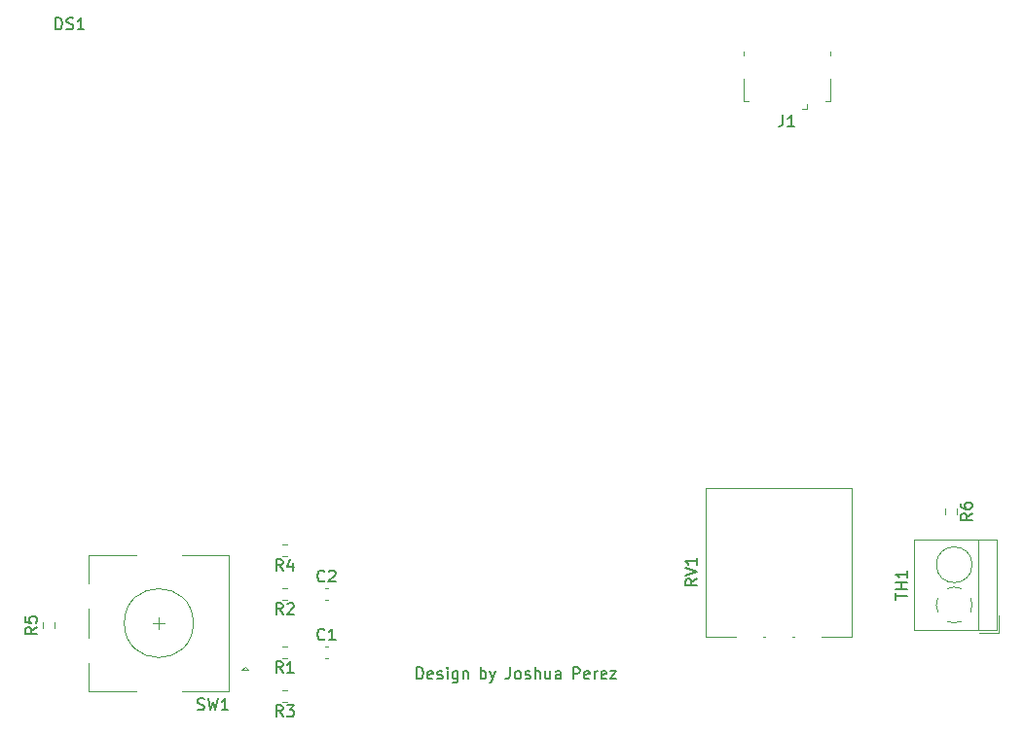
<source format=gbr>
%TF.GenerationSoftware,KiCad,Pcbnew,(7.0.0)*%
%TF.CreationDate,2023-02-28T15:15:22-06:00*%
%TF.ProjectId,Film_Dev_Robot,46696c6d-5f44-4657-965f-526f626f742e,rev?*%
%TF.SameCoordinates,Original*%
%TF.FileFunction,Legend,Top*%
%TF.FilePolarity,Positive*%
%FSLAX46Y46*%
G04 Gerber Fmt 4.6, Leading zero omitted, Abs format (unit mm)*
G04 Created by KiCad (PCBNEW (7.0.0)) date 2023-02-28 15:15:22*
%MOMM*%
%LPD*%
G01*
G04 APERTURE LIST*
%ADD10C,0.150000*%
%ADD11C,0.120000*%
G04 APERTURE END LIST*
D10*
X99298095Y-109002380D02*
X99298095Y-108002380D01*
X99298095Y-108002380D02*
X99536190Y-108002380D01*
X99536190Y-108002380D02*
X99679047Y-108050000D01*
X99679047Y-108050000D02*
X99774285Y-108145238D01*
X99774285Y-108145238D02*
X99821904Y-108240476D01*
X99821904Y-108240476D02*
X99869523Y-108430952D01*
X99869523Y-108430952D02*
X99869523Y-108573809D01*
X99869523Y-108573809D02*
X99821904Y-108764285D01*
X99821904Y-108764285D02*
X99774285Y-108859523D01*
X99774285Y-108859523D02*
X99679047Y-108954761D01*
X99679047Y-108954761D02*
X99536190Y-109002380D01*
X99536190Y-109002380D02*
X99298095Y-109002380D01*
X100679047Y-108954761D02*
X100583809Y-109002380D01*
X100583809Y-109002380D02*
X100393333Y-109002380D01*
X100393333Y-109002380D02*
X100298095Y-108954761D01*
X100298095Y-108954761D02*
X100250476Y-108859523D01*
X100250476Y-108859523D02*
X100250476Y-108478571D01*
X100250476Y-108478571D02*
X100298095Y-108383333D01*
X100298095Y-108383333D02*
X100393333Y-108335714D01*
X100393333Y-108335714D02*
X100583809Y-108335714D01*
X100583809Y-108335714D02*
X100679047Y-108383333D01*
X100679047Y-108383333D02*
X100726666Y-108478571D01*
X100726666Y-108478571D02*
X100726666Y-108573809D01*
X100726666Y-108573809D02*
X100250476Y-108669047D01*
X101107619Y-108954761D02*
X101202857Y-109002380D01*
X101202857Y-109002380D02*
X101393333Y-109002380D01*
X101393333Y-109002380D02*
X101488571Y-108954761D01*
X101488571Y-108954761D02*
X101536190Y-108859523D01*
X101536190Y-108859523D02*
X101536190Y-108811904D01*
X101536190Y-108811904D02*
X101488571Y-108716666D01*
X101488571Y-108716666D02*
X101393333Y-108669047D01*
X101393333Y-108669047D02*
X101250476Y-108669047D01*
X101250476Y-108669047D02*
X101155238Y-108621428D01*
X101155238Y-108621428D02*
X101107619Y-108526190D01*
X101107619Y-108526190D02*
X101107619Y-108478571D01*
X101107619Y-108478571D02*
X101155238Y-108383333D01*
X101155238Y-108383333D02*
X101250476Y-108335714D01*
X101250476Y-108335714D02*
X101393333Y-108335714D01*
X101393333Y-108335714D02*
X101488571Y-108383333D01*
X101964762Y-109002380D02*
X101964762Y-108335714D01*
X101964762Y-108002380D02*
X101917143Y-108050000D01*
X101917143Y-108050000D02*
X101964762Y-108097619D01*
X101964762Y-108097619D02*
X102012381Y-108050000D01*
X102012381Y-108050000D02*
X101964762Y-108002380D01*
X101964762Y-108002380D02*
X101964762Y-108097619D01*
X102869523Y-108335714D02*
X102869523Y-109145238D01*
X102869523Y-109145238D02*
X102821904Y-109240476D01*
X102821904Y-109240476D02*
X102774285Y-109288095D01*
X102774285Y-109288095D02*
X102679047Y-109335714D01*
X102679047Y-109335714D02*
X102536190Y-109335714D01*
X102536190Y-109335714D02*
X102440952Y-109288095D01*
X102869523Y-108954761D02*
X102774285Y-109002380D01*
X102774285Y-109002380D02*
X102583809Y-109002380D01*
X102583809Y-109002380D02*
X102488571Y-108954761D01*
X102488571Y-108954761D02*
X102440952Y-108907142D01*
X102440952Y-108907142D02*
X102393333Y-108811904D01*
X102393333Y-108811904D02*
X102393333Y-108526190D01*
X102393333Y-108526190D02*
X102440952Y-108430952D01*
X102440952Y-108430952D02*
X102488571Y-108383333D01*
X102488571Y-108383333D02*
X102583809Y-108335714D01*
X102583809Y-108335714D02*
X102774285Y-108335714D01*
X102774285Y-108335714D02*
X102869523Y-108383333D01*
X103345714Y-108335714D02*
X103345714Y-109002380D01*
X103345714Y-108430952D02*
X103393333Y-108383333D01*
X103393333Y-108383333D02*
X103488571Y-108335714D01*
X103488571Y-108335714D02*
X103631428Y-108335714D01*
X103631428Y-108335714D02*
X103726666Y-108383333D01*
X103726666Y-108383333D02*
X103774285Y-108478571D01*
X103774285Y-108478571D02*
X103774285Y-109002380D01*
X104850476Y-109002380D02*
X104850476Y-108002380D01*
X104850476Y-108383333D02*
X104945714Y-108335714D01*
X104945714Y-108335714D02*
X105136190Y-108335714D01*
X105136190Y-108335714D02*
X105231428Y-108383333D01*
X105231428Y-108383333D02*
X105279047Y-108430952D01*
X105279047Y-108430952D02*
X105326666Y-108526190D01*
X105326666Y-108526190D02*
X105326666Y-108811904D01*
X105326666Y-108811904D02*
X105279047Y-108907142D01*
X105279047Y-108907142D02*
X105231428Y-108954761D01*
X105231428Y-108954761D02*
X105136190Y-109002380D01*
X105136190Y-109002380D02*
X104945714Y-109002380D01*
X104945714Y-109002380D02*
X104850476Y-108954761D01*
X105660000Y-108335714D02*
X105898095Y-109002380D01*
X106136190Y-108335714D02*
X105898095Y-109002380D01*
X105898095Y-109002380D02*
X105802857Y-109240476D01*
X105802857Y-109240476D02*
X105755238Y-109288095D01*
X105755238Y-109288095D02*
X105660000Y-109335714D01*
X107402857Y-108002380D02*
X107402857Y-108716666D01*
X107402857Y-108716666D02*
X107355238Y-108859523D01*
X107355238Y-108859523D02*
X107260000Y-108954761D01*
X107260000Y-108954761D02*
X107117143Y-109002380D01*
X107117143Y-109002380D02*
X107021905Y-109002380D01*
X108021905Y-109002380D02*
X107926667Y-108954761D01*
X107926667Y-108954761D02*
X107879048Y-108907142D01*
X107879048Y-108907142D02*
X107831429Y-108811904D01*
X107831429Y-108811904D02*
X107831429Y-108526190D01*
X107831429Y-108526190D02*
X107879048Y-108430952D01*
X107879048Y-108430952D02*
X107926667Y-108383333D01*
X107926667Y-108383333D02*
X108021905Y-108335714D01*
X108021905Y-108335714D02*
X108164762Y-108335714D01*
X108164762Y-108335714D02*
X108260000Y-108383333D01*
X108260000Y-108383333D02*
X108307619Y-108430952D01*
X108307619Y-108430952D02*
X108355238Y-108526190D01*
X108355238Y-108526190D02*
X108355238Y-108811904D01*
X108355238Y-108811904D02*
X108307619Y-108907142D01*
X108307619Y-108907142D02*
X108260000Y-108954761D01*
X108260000Y-108954761D02*
X108164762Y-109002380D01*
X108164762Y-109002380D02*
X108021905Y-109002380D01*
X108736191Y-108954761D02*
X108831429Y-109002380D01*
X108831429Y-109002380D02*
X109021905Y-109002380D01*
X109021905Y-109002380D02*
X109117143Y-108954761D01*
X109117143Y-108954761D02*
X109164762Y-108859523D01*
X109164762Y-108859523D02*
X109164762Y-108811904D01*
X109164762Y-108811904D02*
X109117143Y-108716666D01*
X109117143Y-108716666D02*
X109021905Y-108669047D01*
X109021905Y-108669047D02*
X108879048Y-108669047D01*
X108879048Y-108669047D02*
X108783810Y-108621428D01*
X108783810Y-108621428D02*
X108736191Y-108526190D01*
X108736191Y-108526190D02*
X108736191Y-108478571D01*
X108736191Y-108478571D02*
X108783810Y-108383333D01*
X108783810Y-108383333D02*
X108879048Y-108335714D01*
X108879048Y-108335714D02*
X109021905Y-108335714D01*
X109021905Y-108335714D02*
X109117143Y-108383333D01*
X109593334Y-109002380D02*
X109593334Y-108002380D01*
X110021905Y-109002380D02*
X110021905Y-108478571D01*
X110021905Y-108478571D02*
X109974286Y-108383333D01*
X109974286Y-108383333D02*
X109879048Y-108335714D01*
X109879048Y-108335714D02*
X109736191Y-108335714D01*
X109736191Y-108335714D02*
X109640953Y-108383333D01*
X109640953Y-108383333D02*
X109593334Y-108430952D01*
X110926667Y-108335714D02*
X110926667Y-109002380D01*
X110498096Y-108335714D02*
X110498096Y-108859523D01*
X110498096Y-108859523D02*
X110545715Y-108954761D01*
X110545715Y-108954761D02*
X110640953Y-109002380D01*
X110640953Y-109002380D02*
X110783810Y-109002380D01*
X110783810Y-109002380D02*
X110879048Y-108954761D01*
X110879048Y-108954761D02*
X110926667Y-108907142D01*
X111831429Y-109002380D02*
X111831429Y-108478571D01*
X111831429Y-108478571D02*
X111783810Y-108383333D01*
X111783810Y-108383333D02*
X111688572Y-108335714D01*
X111688572Y-108335714D02*
X111498096Y-108335714D01*
X111498096Y-108335714D02*
X111402858Y-108383333D01*
X111831429Y-108954761D02*
X111736191Y-109002380D01*
X111736191Y-109002380D02*
X111498096Y-109002380D01*
X111498096Y-109002380D02*
X111402858Y-108954761D01*
X111402858Y-108954761D02*
X111355239Y-108859523D01*
X111355239Y-108859523D02*
X111355239Y-108764285D01*
X111355239Y-108764285D02*
X111402858Y-108669047D01*
X111402858Y-108669047D02*
X111498096Y-108621428D01*
X111498096Y-108621428D02*
X111736191Y-108621428D01*
X111736191Y-108621428D02*
X111831429Y-108573809D01*
X112907620Y-109002380D02*
X112907620Y-108002380D01*
X112907620Y-108002380D02*
X113288572Y-108002380D01*
X113288572Y-108002380D02*
X113383810Y-108050000D01*
X113383810Y-108050000D02*
X113431429Y-108097619D01*
X113431429Y-108097619D02*
X113479048Y-108192857D01*
X113479048Y-108192857D02*
X113479048Y-108335714D01*
X113479048Y-108335714D02*
X113431429Y-108430952D01*
X113431429Y-108430952D02*
X113383810Y-108478571D01*
X113383810Y-108478571D02*
X113288572Y-108526190D01*
X113288572Y-108526190D02*
X112907620Y-108526190D01*
X114288572Y-108954761D02*
X114193334Y-109002380D01*
X114193334Y-109002380D02*
X114002858Y-109002380D01*
X114002858Y-109002380D02*
X113907620Y-108954761D01*
X113907620Y-108954761D02*
X113860001Y-108859523D01*
X113860001Y-108859523D02*
X113860001Y-108478571D01*
X113860001Y-108478571D02*
X113907620Y-108383333D01*
X113907620Y-108383333D02*
X114002858Y-108335714D01*
X114002858Y-108335714D02*
X114193334Y-108335714D01*
X114193334Y-108335714D02*
X114288572Y-108383333D01*
X114288572Y-108383333D02*
X114336191Y-108478571D01*
X114336191Y-108478571D02*
X114336191Y-108573809D01*
X114336191Y-108573809D02*
X113860001Y-108669047D01*
X114764763Y-109002380D02*
X114764763Y-108335714D01*
X114764763Y-108526190D02*
X114812382Y-108430952D01*
X114812382Y-108430952D02*
X114860001Y-108383333D01*
X114860001Y-108383333D02*
X114955239Y-108335714D01*
X114955239Y-108335714D02*
X115050477Y-108335714D01*
X115764763Y-108954761D02*
X115669525Y-109002380D01*
X115669525Y-109002380D02*
X115479049Y-109002380D01*
X115479049Y-109002380D02*
X115383811Y-108954761D01*
X115383811Y-108954761D02*
X115336192Y-108859523D01*
X115336192Y-108859523D02*
X115336192Y-108478571D01*
X115336192Y-108478571D02*
X115383811Y-108383333D01*
X115383811Y-108383333D02*
X115479049Y-108335714D01*
X115479049Y-108335714D02*
X115669525Y-108335714D01*
X115669525Y-108335714D02*
X115764763Y-108383333D01*
X115764763Y-108383333D02*
X115812382Y-108478571D01*
X115812382Y-108478571D02*
X115812382Y-108573809D01*
X115812382Y-108573809D02*
X115336192Y-108669047D01*
X116145716Y-108335714D02*
X116669525Y-108335714D01*
X116669525Y-108335714D02*
X116145716Y-109002380D01*
X116145716Y-109002380D02*
X116669525Y-109002380D01*
%TO.C,DS1*%
X67895714Y-52437380D02*
X67895714Y-51437380D01*
X67895714Y-51437380D02*
X68133809Y-51437380D01*
X68133809Y-51437380D02*
X68276666Y-51485000D01*
X68276666Y-51485000D02*
X68371904Y-51580238D01*
X68371904Y-51580238D02*
X68419523Y-51675476D01*
X68419523Y-51675476D02*
X68467142Y-51865952D01*
X68467142Y-51865952D02*
X68467142Y-52008809D01*
X68467142Y-52008809D02*
X68419523Y-52199285D01*
X68419523Y-52199285D02*
X68371904Y-52294523D01*
X68371904Y-52294523D02*
X68276666Y-52389761D01*
X68276666Y-52389761D02*
X68133809Y-52437380D01*
X68133809Y-52437380D02*
X67895714Y-52437380D01*
X68848095Y-52389761D02*
X68990952Y-52437380D01*
X68990952Y-52437380D02*
X69229047Y-52437380D01*
X69229047Y-52437380D02*
X69324285Y-52389761D01*
X69324285Y-52389761D02*
X69371904Y-52342142D01*
X69371904Y-52342142D02*
X69419523Y-52246904D01*
X69419523Y-52246904D02*
X69419523Y-52151666D01*
X69419523Y-52151666D02*
X69371904Y-52056428D01*
X69371904Y-52056428D02*
X69324285Y-52008809D01*
X69324285Y-52008809D02*
X69229047Y-51961190D01*
X69229047Y-51961190D02*
X69038571Y-51913571D01*
X69038571Y-51913571D02*
X68943333Y-51865952D01*
X68943333Y-51865952D02*
X68895714Y-51818333D01*
X68895714Y-51818333D02*
X68848095Y-51723095D01*
X68848095Y-51723095D02*
X68848095Y-51627857D01*
X68848095Y-51627857D02*
X68895714Y-51532619D01*
X68895714Y-51532619D02*
X68943333Y-51485000D01*
X68943333Y-51485000D02*
X69038571Y-51437380D01*
X69038571Y-51437380D02*
X69276666Y-51437380D01*
X69276666Y-51437380D02*
X69419523Y-51485000D01*
X70371904Y-52437380D02*
X69800476Y-52437380D01*
X70086190Y-52437380D02*
X70086190Y-51437380D01*
X70086190Y-51437380D02*
X69990952Y-51580238D01*
X69990952Y-51580238D02*
X69895714Y-51675476D01*
X69895714Y-51675476D02*
X69800476Y-51723095D01*
%TO.C,R6*%
X147592380Y-94591666D02*
X147116190Y-94924999D01*
X147592380Y-95163094D02*
X146592380Y-95163094D01*
X146592380Y-95163094D02*
X146592380Y-94782142D01*
X146592380Y-94782142D02*
X146640000Y-94686904D01*
X146640000Y-94686904D02*
X146687619Y-94639285D01*
X146687619Y-94639285D02*
X146782857Y-94591666D01*
X146782857Y-94591666D02*
X146925714Y-94591666D01*
X146925714Y-94591666D02*
X147020952Y-94639285D01*
X147020952Y-94639285D02*
X147068571Y-94686904D01*
X147068571Y-94686904D02*
X147116190Y-94782142D01*
X147116190Y-94782142D02*
X147116190Y-95163094D01*
X146592380Y-93734523D02*
X146592380Y-93924999D01*
X146592380Y-93924999D02*
X146640000Y-94020237D01*
X146640000Y-94020237D02*
X146687619Y-94067856D01*
X146687619Y-94067856D02*
X146830476Y-94163094D01*
X146830476Y-94163094D02*
X147020952Y-94210713D01*
X147020952Y-94210713D02*
X147401904Y-94210713D01*
X147401904Y-94210713D02*
X147497142Y-94163094D01*
X147497142Y-94163094D02*
X147544761Y-94115475D01*
X147544761Y-94115475D02*
X147592380Y-94020237D01*
X147592380Y-94020237D02*
X147592380Y-93829761D01*
X147592380Y-93829761D02*
X147544761Y-93734523D01*
X147544761Y-93734523D02*
X147497142Y-93686904D01*
X147497142Y-93686904D02*
X147401904Y-93639285D01*
X147401904Y-93639285D02*
X147163809Y-93639285D01*
X147163809Y-93639285D02*
X147068571Y-93686904D01*
X147068571Y-93686904D02*
X147020952Y-93734523D01*
X147020952Y-93734523D02*
X146973333Y-93829761D01*
X146973333Y-93829761D02*
X146973333Y-94020237D01*
X146973333Y-94020237D02*
X147020952Y-94115475D01*
X147020952Y-94115475D02*
X147068571Y-94163094D01*
X147068571Y-94163094D02*
X147163809Y-94210713D01*
%TO.C,C2*%
X91273333Y-100442142D02*
X91225714Y-100489761D01*
X91225714Y-100489761D02*
X91082857Y-100537380D01*
X91082857Y-100537380D02*
X90987619Y-100537380D01*
X90987619Y-100537380D02*
X90844762Y-100489761D01*
X90844762Y-100489761D02*
X90749524Y-100394523D01*
X90749524Y-100394523D02*
X90701905Y-100299285D01*
X90701905Y-100299285D02*
X90654286Y-100108809D01*
X90654286Y-100108809D02*
X90654286Y-99965952D01*
X90654286Y-99965952D02*
X90701905Y-99775476D01*
X90701905Y-99775476D02*
X90749524Y-99680238D01*
X90749524Y-99680238D02*
X90844762Y-99585000D01*
X90844762Y-99585000D02*
X90987619Y-99537380D01*
X90987619Y-99537380D02*
X91082857Y-99537380D01*
X91082857Y-99537380D02*
X91225714Y-99585000D01*
X91225714Y-99585000D02*
X91273333Y-99632619D01*
X91654286Y-99632619D02*
X91701905Y-99585000D01*
X91701905Y-99585000D02*
X91797143Y-99537380D01*
X91797143Y-99537380D02*
X92035238Y-99537380D01*
X92035238Y-99537380D02*
X92130476Y-99585000D01*
X92130476Y-99585000D02*
X92178095Y-99632619D01*
X92178095Y-99632619D02*
X92225714Y-99727857D01*
X92225714Y-99727857D02*
X92225714Y-99823095D01*
X92225714Y-99823095D02*
X92178095Y-99965952D01*
X92178095Y-99965952D02*
X91606667Y-100537380D01*
X91606667Y-100537380D02*
X92225714Y-100537380D01*
%TO.C,TH1*%
X140957380Y-102095713D02*
X140957380Y-101524285D01*
X141957380Y-101809999D02*
X140957380Y-101809999D01*
X141957380Y-101190951D02*
X140957380Y-101190951D01*
X141433571Y-101190951D02*
X141433571Y-100619523D01*
X141957380Y-100619523D02*
X140957380Y-100619523D01*
X141957380Y-99619523D02*
X141957380Y-100190951D01*
X141957380Y-99905237D02*
X140957380Y-99905237D01*
X140957380Y-99905237D02*
X141100238Y-100000475D01*
X141100238Y-100000475D02*
X141195476Y-100095713D01*
X141195476Y-100095713D02*
X141243095Y-100190951D01*
%TO.C,R3*%
X87653333Y-112287380D02*
X87320000Y-111811190D01*
X87081905Y-112287380D02*
X87081905Y-111287380D01*
X87081905Y-111287380D02*
X87462857Y-111287380D01*
X87462857Y-111287380D02*
X87558095Y-111335000D01*
X87558095Y-111335000D02*
X87605714Y-111382619D01*
X87605714Y-111382619D02*
X87653333Y-111477857D01*
X87653333Y-111477857D02*
X87653333Y-111620714D01*
X87653333Y-111620714D02*
X87605714Y-111715952D01*
X87605714Y-111715952D02*
X87558095Y-111763571D01*
X87558095Y-111763571D02*
X87462857Y-111811190D01*
X87462857Y-111811190D02*
X87081905Y-111811190D01*
X87986667Y-111287380D02*
X88605714Y-111287380D01*
X88605714Y-111287380D02*
X88272381Y-111668333D01*
X88272381Y-111668333D02*
X88415238Y-111668333D01*
X88415238Y-111668333D02*
X88510476Y-111715952D01*
X88510476Y-111715952D02*
X88558095Y-111763571D01*
X88558095Y-111763571D02*
X88605714Y-111858809D01*
X88605714Y-111858809D02*
X88605714Y-112096904D01*
X88605714Y-112096904D02*
X88558095Y-112192142D01*
X88558095Y-112192142D02*
X88510476Y-112239761D01*
X88510476Y-112239761D02*
X88415238Y-112287380D01*
X88415238Y-112287380D02*
X88129524Y-112287380D01*
X88129524Y-112287380D02*
X88034286Y-112239761D01*
X88034286Y-112239761D02*
X87986667Y-112192142D01*
%TO.C,C1*%
X91273333Y-105522142D02*
X91225714Y-105569761D01*
X91225714Y-105569761D02*
X91082857Y-105617380D01*
X91082857Y-105617380D02*
X90987619Y-105617380D01*
X90987619Y-105617380D02*
X90844762Y-105569761D01*
X90844762Y-105569761D02*
X90749524Y-105474523D01*
X90749524Y-105474523D02*
X90701905Y-105379285D01*
X90701905Y-105379285D02*
X90654286Y-105188809D01*
X90654286Y-105188809D02*
X90654286Y-105045952D01*
X90654286Y-105045952D02*
X90701905Y-104855476D01*
X90701905Y-104855476D02*
X90749524Y-104760238D01*
X90749524Y-104760238D02*
X90844762Y-104665000D01*
X90844762Y-104665000D02*
X90987619Y-104617380D01*
X90987619Y-104617380D02*
X91082857Y-104617380D01*
X91082857Y-104617380D02*
X91225714Y-104665000D01*
X91225714Y-104665000D02*
X91273333Y-104712619D01*
X92225714Y-105617380D02*
X91654286Y-105617380D01*
X91940000Y-105617380D02*
X91940000Y-104617380D01*
X91940000Y-104617380D02*
X91844762Y-104760238D01*
X91844762Y-104760238D02*
X91749524Y-104855476D01*
X91749524Y-104855476D02*
X91654286Y-104903095D01*
%TO.C,R5*%
X66247380Y-104496666D02*
X65771190Y-104829999D01*
X66247380Y-105068094D02*
X65247380Y-105068094D01*
X65247380Y-105068094D02*
X65247380Y-104687142D01*
X65247380Y-104687142D02*
X65295000Y-104591904D01*
X65295000Y-104591904D02*
X65342619Y-104544285D01*
X65342619Y-104544285D02*
X65437857Y-104496666D01*
X65437857Y-104496666D02*
X65580714Y-104496666D01*
X65580714Y-104496666D02*
X65675952Y-104544285D01*
X65675952Y-104544285D02*
X65723571Y-104591904D01*
X65723571Y-104591904D02*
X65771190Y-104687142D01*
X65771190Y-104687142D02*
X65771190Y-105068094D01*
X65247380Y-103591904D02*
X65247380Y-104068094D01*
X65247380Y-104068094D02*
X65723571Y-104115713D01*
X65723571Y-104115713D02*
X65675952Y-104068094D01*
X65675952Y-104068094D02*
X65628333Y-103972856D01*
X65628333Y-103972856D02*
X65628333Y-103734761D01*
X65628333Y-103734761D02*
X65675952Y-103639523D01*
X65675952Y-103639523D02*
X65723571Y-103591904D01*
X65723571Y-103591904D02*
X65818809Y-103544285D01*
X65818809Y-103544285D02*
X66056904Y-103544285D01*
X66056904Y-103544285D02*
X66152142Y-103591904D01*
X66152142Y-103591904D02*
X66199761Y-103639523D01*
X66199761Y-103639523D02*
X66247380Y-103734761D01*
X66247380Y-103734761D02*
X66247380Y-103972856D01*
X66247380Y-103972856D02*
X66199761Y-104068094D01*
X66199761Y-104068094D02*
X66152142Y-104115713D01*
%TO.C,RV1*%
X123662380Y-100290238D02*
X123186190Y-100623571D01*
X123662380Y-100861666D02*
X122662380Y-100861666D01*
X122662380Y-100861666D02*
X122662380Y-100480714D01*
X122662380Y-100480714D02*
X122710000Y-100385476D01*
X122710000Y-100385476D02*
X122757619Y-100337857D01*
X122757619Y-100337857D02*
X122852857Y-100290238D01*
X122852857Y-100290238D02*
X122995714Y-100290238D01*
X122995714Y-100290238D02*
X123090952Y-100337857D01*
X123090952Y-100337857D02*
X123138571Y-100385476D01*
X123138571Y-100385476D02*
X123186190Y-100480714D01*
X123186190Y-100480714D02*
X123186190Y-100861666D01*
X122662380Y-100004523D02*
X123662380Y-99671190D01*
X123662380Y-99671190D02*
X122662380Y-99337857D01*
X123662380Y-98480714D02*
X123662380Y-99052142D01*
X123662380Y-98766428D02*
X122662380Y-98766428D01*
X122662380Y-98766428D02*
X122805238Y-98861666D01*
X122805238Y-98861666D02*
X122900476Y-98956904D01*
X122900476Y-98956904D02*
X122948095Y-99052142D01*
%TO.C,J1*%
X131151666Y-59887380D02*
X131151666Y-60601666D01*
X131151666Y-60601666D02*
X131104047Y-60744523D01*
X131104047Y-60744523D02*
X131008809Y-60839761D01*
X131008809Y-60839761D02*
X130865952Y-60887380D01*
X130865952Y-60887380D02*
X130770714Y-60887380D01*
X132151666Y-60887380D02*
X131580238Y-60887380D01*
X131865952Y-60887380D02*
X131865952Y-59887380D01*
X131865952Y-59887380D02*
X131770714Y-60030238D01*
X131770714Y-60030238D02*
X131675476Y-60125476D01*
X131675476Y-60125476D02*
X131580238Y-60173095D01*
%TO.C,R2*%
X87653333Y-103397380D02*
X87320000Y-102921190D01*
X87081905Y-103397380D02*
X87081905Y-102397380D01*
X87081905Y-102397380D02*
X87462857Y-102397380D01*
X87462857Y-102397380D02*
X87558095Y-102445000D01*
X87558095Y-102445000D02*
X87605714Y-102492619D01*
X87605714Y-102492619D02*
X87653333Y-102587857D01*
X87653333Y-102587857D02*
X87653333Y-102730714D01*
X87653333Y-102730714D02*
X87605714Y-102825952D01*
X87605714Y-102825952D02*
X87558095Y-102873571D01*
X87558095Y-102873571D02*
X87462857Y-102921190D01*
X87462857Y-102921190D02*
X87081905Y-102921190D01*
X88034286Y-102492619D02*
X88081905Y-102445000D01*
X88081905Y-102445000D02*
X88177143Y-102397380D01*
X88177143Y-102397380D02*
X88415238Y-102397380D01*
X88415238Y-102397380D02*
X88510476Y-102445000D01*
X88510476Y-102445000D02*
X88558095Y-102492619D01*
X88558095Y-102492619D02*
X88605714Y-102587857D01*
X88605714Y-102587857D02*
X88605714Y-102683095D01*
X88605714Y-102683095D02*
X88558095Y-102825952D01*
X88558095Y-102825952D02*
X87986667Y-103397380D01*
X87986667Y-103397380D02*
X88605714Y-103397380D01*
%TO.C,R4*%
X87653333Y-99587380D02*
X87320000Y-99111190D01*
X87081905Y-99587380D02*
X87081905Y-98587380D01*
X87081905Y-98587380D02*
X87462857Y-98587380D01*
X87462857Y-98587380D02*
X87558095Y-98635000D01*
X87558095Y-98635000D02*
X87605714Y-98682619D01*
X87605714Y-98682619D02*
X87653333Y-98777857D01*
X87653333Y-98777857D02*
X87653333Y-98920714D01*
X87653333Y-98920714D02*
X87605714Y-99015952D01*
X87605714Y-99015952D02*
X87558095Y-99063571D01*
X87558095Y-99063571D02*
X87462857Y-99111190D01*
X87462857Y-99111190D02*
X87081905Y-99111190D01*
X88510476Y-98920714D02*
X88510476Y-99587380D01*
X88272381Y-98539761D02*
X88034286Y-99254047D01*
X88034286Y-99254047D02*
X88653333Y-99254047D01*
%TO.C,R1*%
X87653333Y-108477380D02*
X87320000Y-108001190D01*
X87081905Y-108477380D02*
X87081905Y-107477380D01*
X87081905Y-107477380D02*
X87462857Y-107477380D01*
X87462857Y-107477380D02*
X87558095Y-107525000D01*
X87558095Y-107525000D02*
X87605714Y-107572619D01*
X87605714Y-107572619D02*
X87653333Y-107667857D01*
X87653333Y-107667857D02*
X87653333Y-107810714D01*
X87653333Y-107810714D02*
X87605714Y-107905952D01*
X87605714Y-107905952D02*
X87558095Y-107953571D01*
X87558095Y-107953571D02*
X87462857Y-108001190D01*
X87462857Y-108001190D02*
X87081905Y-108001190D01*
X88605714Y-108477380D02*
X88034286Y-108477380D01*
X88320000Y-108477380D02*
X88320000Y-107477380D01*
X88320000Y-107477380D02*
X88224762Y-107620238D01*
X88224762Y-107620238D02*
X88129524Y-107715476D01*
X88129524Y-107715476D02*
X88034286Y-107763095D01*
%TO.C,SW1*%
X80231667Y-111659761D02*
X80374524Y-111707380D01*
X80374524Y-111707380D02*
X80612619Y-111707380D01*
X80612619Y-111707380D02*
X80707857Y-111659761D01*
X80707857Y-111659761D02*
X80755476Y-111612142D01*
X80755476Y-111612142D02*
X80803095Y-111516904D01*
X80803095Y-111516904D02*
X80803095Y-111421666D01*
X80803095Y-111421666D02*
X80755476Y-111326428D01*
X80755476Y-111326428D02*
X80707857Y-111278809D01*
X80707857Y-111278809D02*
X80612619Y-111231190D01*
X80612619Y-111231190D02*
X80422143Y-111183571D01*
X80422143Y-111183571D02*
X80326905Y-111135952D01*
X80326905Y-111135952D02*
X80279286Y-111088333D01*
X80279286Y-111088333D02*
X80231667Y-110993095D01*
X80231667Y-110993095D02*
X80231667Y-110897857D01*
X80231667Y-110897857D02*
X80279286Y-110802619D01*
X80279286Y-110802619D02*
X80326905Y-110755000D01*
X80326905Y-110755000D02*
X80422143Y-110707380D01*
X80422143Y-110707380D02*
X80660238Y-110707380D01*
X80660238Y-110707380D02*
X80803095Y-110755000D01*
X81136429Y-110707380D02*
X81374524Y-111707380D01*
X81374524Y-111707380D02*
X81565000Y-110993095D01*
X81565000Y-110993095D02*
X81755476Y-111707380D01*
X81755476Y-111707380D02*
X81993572Y-110707380D01*
X82898333Y-111707380D02*
X82326905Y-111707380D01*
X82612619Y-111707380D02*
X82612619Y-110707380D01*
X82612619Y-110707380D02*
X82517381Y-110850238D01*
X82517381Y-110850238D02*
X82422143Y-110945476D01*
X82422143Y-110945476D02*
X82326905Y-110993095D01*
D11*
%TO.C,R6*%
X146317500Y-94187742D02*
X146317500Y-94662258D01*
X145272500Y-94187742D02*
X145272500Y-94662258D01*
%TO.C,C2*%
X91299420Y-101090000D02*
X91580580Y-101090000D01*
X91299420Y-102110000D02*
X91580580Y-102110000D01*
%TO.C,TH1*%
X148210000Y-104960000D02*
X149950000Y-104960000D01*
X149950000Y-104960000D02*
X149950000Y-103460000D01*
X142590000Y-104720000D02*
X149710000Y-104720000D01*
X142590000Y-104720000D02*
X142590000Y-96900000D01*
X148150000Y-104720000D02*
X148150000Y-96900000D01*
X149710000Y-104720000D02*
X149710000Y-96900000D01*
X142590000Y-96900000D02*
X149710000Y-96900000D01*
X145442000Y-103992000D02*
G75*
G03*
X146657742Y-103992109I608000J1432000D01*
G01*
X144618000Y-101952000D02*
G75*
G03*
X144617891Y-103167742I1432000J-608000D01*
G01*
X147481999Y-103168000D02*
G75*
G03*
X147605492Y-102532989I-1431987J607998D01*
G01*
X147604999Y-102560000D02*
G75*
G03*
X147481384Y-101952413I-1554999J0D01*
G01*
X146658000Y-101128000D02*
G75*
G03*
X145442258Y-101127891I-607999J-1432003D01*
G01*
X147605000Y-99060000D02*
G75*
G03*
X147605000Y-99060000I-1555000J0D01*
G01*
%TO.C,R3*%
X88057258Y-111012500D02*
X87582742Y-111012500D01*
X88057258Y-109967500D02*
X87582742Y-109967500D01*
%TO.C,C1*%
X91299420Y-107190000D02*
X91580580Y-107190000D01*
X91299420Y-106170000D02*
X91580580Y-106170000D01*
%TO.C,R5*%
X66787500Y-104567258D02*
X66787500Y-104092742D01*
X67832500Y-104567258D02*
X67832500Y-104092742D01*
%TO.C,RV1*%
X124425000Y-105340000D02*
X127100000Y-105340000D01*
X124425000Y-105340000D02*
X124425000Y-92400000D01*
X129410000Y-105340000D02*
X129640000Y-105340000D01*
X131951000Y-105340000D02*
X132180000Y-105340000D01*
X134490000Y-105340000D02*
X137165000Y-105340000D01*
X137165000Y-105340000D02*
X137165000Y-92400000D01*
X124425000Y-92400000D02*
X137165000Y-92400000D01*
%TO.C,J1*%
X135245000Y-58680000D02*
X134825000Y-58680000D01*
X135245000Y-56700000D02*
X135245000Y-58680000D01*
X135245000Y-54330000D02*
X135245000Y-54730000D01*
X133245000Y-58910000D02*
X133245000Y-59360000D01*
X132795000Y-59360000D02*
X133245000Y-59360000D01*
X127725000Y-58680000D02*
X128145000Y-58680000D01*
X127725000Y-56700000D02*
X127725000Y-58680000D01*
X127725000Y-54730000D02*
X127725000Y-54330000D01*
%TO.C,R2*%
X88057258Y-102122500D02*
X87582742Y-102122500D01*
X88057258Y-101077500D02*
X87582742Y-101077500D01*
%TO.C,R4*%
X88057258Y-98312500D02*
X87582742Y-98312500D01*
X88057258Y-97267500D02*
X87582742Y-97267500D01*
%TO.C,R1*%
X88057258Y-107202500D02*
X87582742Y-107202500D01*
X88057258Y-106157500D02*
X87582742Y-106157500D01*
%TO.C,SW1*%
X84665000Y-108240000D02*
X84065000Y-108240000D01*
X84365000Y-107940000D02*
X84665000Y-108240000D01*
X84065000Y-108240000D02*
X84365000Y-107940000D01*
X82965000Y-110040000D02*
X82965000Y-98240000D01*
X78865000Y-110040000D02*
X82965000Y-110040000D01*
X78865000Y-98240000D02*
X82965000Y-98240000D01*
X77365000Y-104140000D02*
X76365000Y-104140000D01*
X76865000Y-104640000D02*
X76865000Y-103640000D01*
X74865000Y-110040000D02*
X70765000Y-110040000D01*
X70765000Y-110040000D02*
X70765000Y-107640000D01*
X70765000Y-105440000D02*
X70765000Y-102840000D01*
X70765000Y-100640000D02*
X70765000Y-98240000D01*
X70765000Y-98240000D02*
X74865000Y-98240000D01*
X79865000Y-104140000D02*
G75*
G03*
X79865000Y-104140000I-3000000J0D01*
G01*
%TD*%
M02*

</source>
